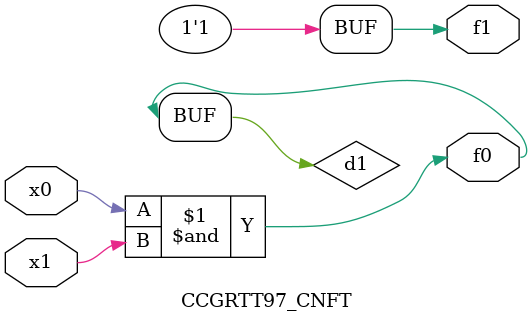
<source format=v>
module CCGRTT97_CNFT(
	input x0, x1,
	output f0, f1
);

	wire d1;

	assign f0 = d1;
	and (d1, x0, x1);
	assign f1 = 1'b1;
endmodule

</source>
